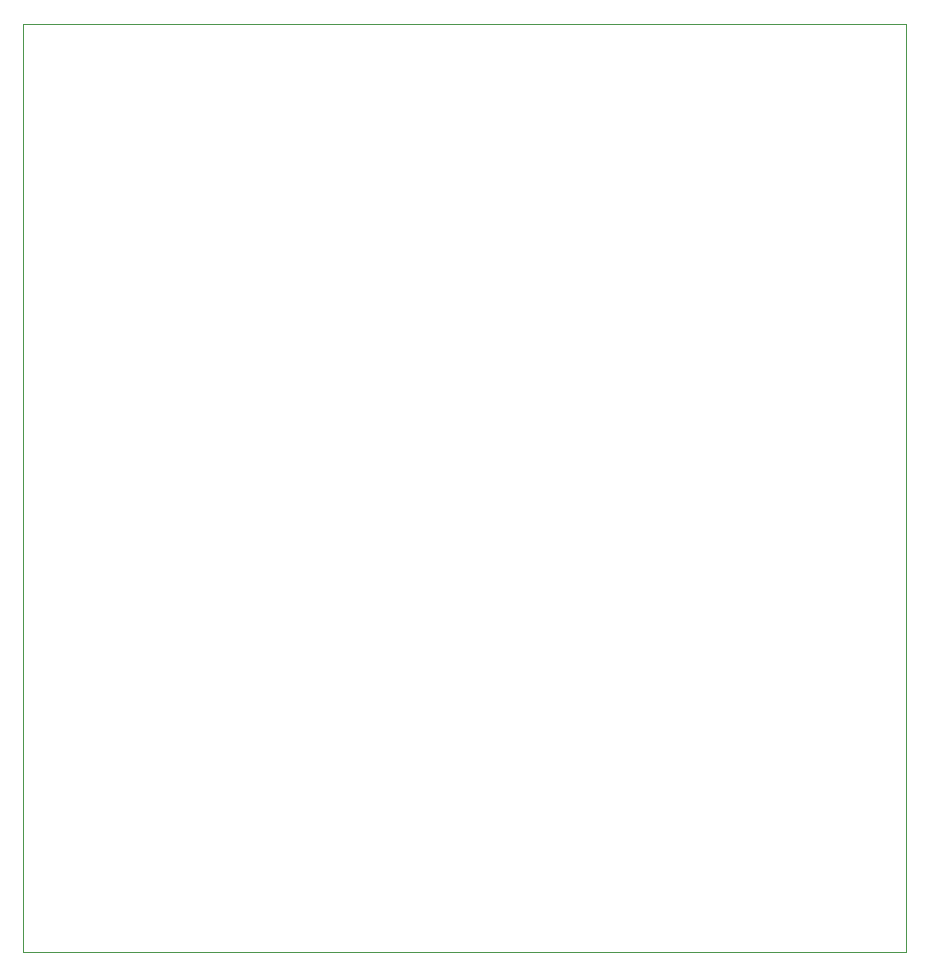
<source format=gbr>
%TF.GenerationSoftware,KiCad,Pcbnew,7.0.2*%
%TF.CreationDate,2023-05-18T15:41:40-05:00*%
%TF.ProjectId,FRC_5690_Common_PCB,4652435f-3536-4393-905f-436f6d6d6f6e,rev?*%
%TF.SameCoordinates,Original*%
%TF.FileFunction,Profile,NP*%
%FSLAX46Y46*%
G04 Gerber Fmt 4.6, Leading zero omitted, Abs format (unit mm)*
G04 Created by KiCad (PCBNEW 7.0.2) date 2023-05-18 15:41:40*
%MOMM*%
%LPD*%
G01*
G04 APERTURE LIST*
%TA.AperFunction,Profile*%
%ADD10C,0.100000*%
%TD*%
G04 APERTURE END LIST*
D10*
X99187000Y-59817000D02*
X173990000Y-59817000D01*
X173990000Y-138430000D01*
X99187000Y-138430000D01*
X99187000Y-59817000D01*
M02*

</source>
